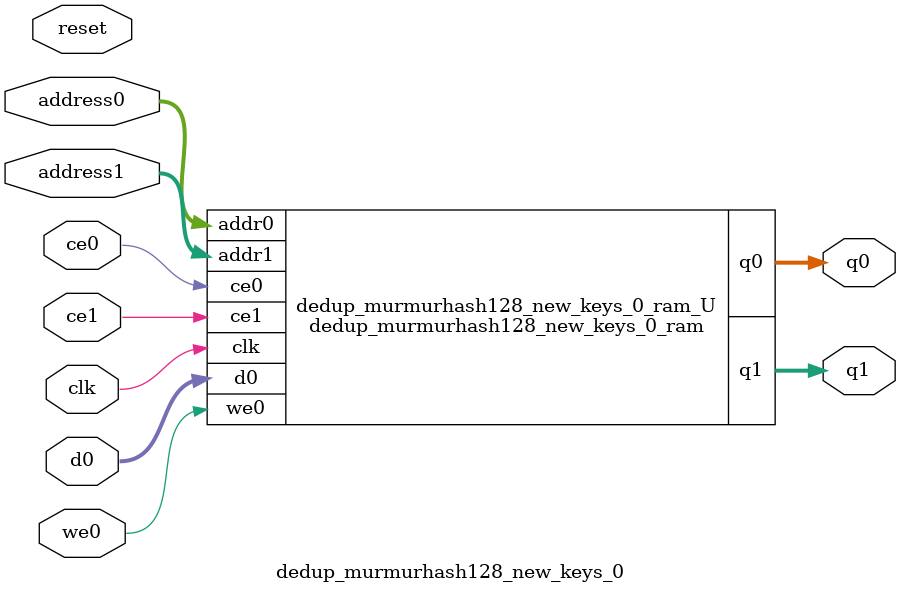
<source format=v>

`timescale 1 ns / 1 ps
module dedup_murmurhash128_new_keys_0_ram (addr0, ce0, d0, we0, q0, addr1, ce1, q1,  clk);

parameter DWIDTH = 32;
parameter AWIDTH = 4;
parameter MEM_SIZE = 16;

input[AWIDTH-1:0] addr0;
input ce0;
input[DWIDTH-1:0] d0;
input we0;
output reg[DWIDTH-1:0] q0;
input[AWIDTH-1:0] addr1;
input ce1;
output reg[DWIDTH-1:0] q1;
input clk;

(* ram_style = "distributed" *)reg [DWIDTH-1:0] ram[MEM_SIZE-1:0];




always @(posedge clk)  
begin 
    if (ce0) 
    begin
        if (we0) 
        begin 
            ram[addr0] <= d0; 
            q0 <= d0;
        end 
        else 
            q0 <= ram[addr0];
    end
end


always @(posedge clk)  
begin 
    if (ce1) 
    begin
            q1 <= ram[addr1];
    end
end


endmodule


`timescale 1 ns / 1 ps
module dedup_murmurhash128_new_keys_0(
    reset,
    clk,
    address0,
    ce0,
    we0,
    d0,
    q0,
    address1,
    ce1,
    q1);

parameter DataWidth = 32'd32;
parameter AddressRange = 32'd16;
parameter AddressWidth = 32'd4;
input reset;
input clk;
input[AddressWidth - 1:0] address0;
input ce0;
input we0;
input[DataWidth - 1:0] d0;
output[DataWidth - 1:0] q0;
input[AddressWidth - 1:0] address1;
input ce1;
output[DataWidth - 1:0] q1;



dedup_murmurhash128_new_keys_0_ram dedup_murmurhash128_new_keys_0_ram_U(
    .clk( clk ),
    .addr0( address0 ),
    .ce0( ce0 ),
    .d0( d0 ),
    .we0( we0 ),
    .q0( q0 ),
    .addr1( address1 ),
    .ce1( ce1 ),
    .q1( q1 ));

endmodule


</source>
